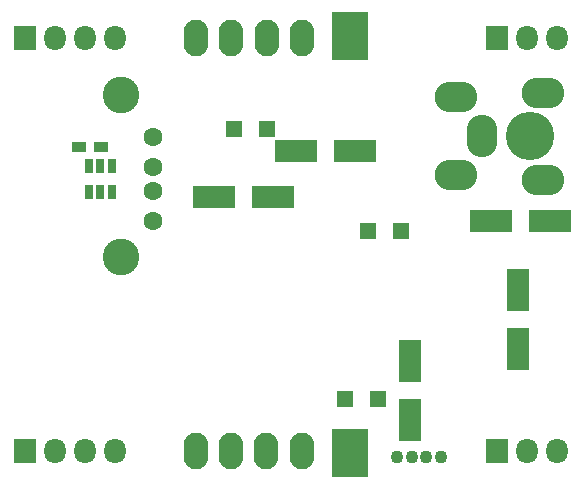
<source format=gbs>
G04 #@! TF.FileFunction,Soldermask,Bot*
%FSLAX46Y46*%
G04 Gerber Fmt 4.6, Leading zero omitted, Abs format (unit mm)*
G04 Created by KiCad (PCBNEW 4.0.2+dfsg1-stable) date lör 18 feb 2017 00:44:11*
%MOMM*%
G01*
G04 APERTURE LIST*
%ADD10C,0.100000*%
%ADD11R,1.300000X0.850000*%
%ADD12R,0.750000X1.160000*%
%ADD13O,3.600000X2.600000*%
%ADD14O,2.600000X3.600000*%
%ADD15C,4.100000*%
%ADD16R,1.827200X2.132000*%
%ADD17O,1.827200X2.132000*%
%ADD18C,1.100000*%
%ADD19R,1.900860X3.600120*%
%ADD20R,3.600120X1.900860*%
%ADD21O,2.100000X3.100000*%
%ADD22C,1.601140*%
%ADD23C,3.099740*%
%ADD24R,3.100000X4.100000*%
%ADD25R,1.400000X1.400000*%
G04 APERTURE END LIST*
D10*
D11*
X138973600Y-96774000D03*
X137073600Y-96774000D03*
D12*
X139862600Y-100541000D03*
X138912600Y-100541000D03*
X137962600Y-100541000D03*
X137962600Y-98341000D03*
X139862600Y-98341000D03*
X138912600Y-98341000D03*
D13*
X176396000Y-92159600D03*
X176396000Y-99559600D03*
X168996000Y-99159600D03*
D14*
X171196000Y-95859600D03*
D13*
X168996000Y-92559600D03*
D15*
X175296000Y-95859600D03*
D16*
X172500000Y-87500000D03*
D17*
X175040000Y-87500000D03*
X177580000Y-87500000D03*
D16*
X172500000Y-122500000D03*
D17*
X175040000Y-122500000D03*
X177580000Y-122500000D03*
D18*
X167750000Y-123000000D03*
X166500000Y-123000000D03*
X164000000Y-123000000D03*
X165250000Y-123000000D03*
D16*
X132500000Y-122500000D03*
D17*
X135040000Y-122500000D03*
X137580000Y-122500000D03*
X140120000Y-122500000D03*
D16*
X132500000Y-87500000D03*
D17*
X135040000Y-87500000D03*
X137580000Y-87500000D03*
X140120000Y-87500000D03*
D19*
X174244000Y-108879640D03*
X174244000Y-113878360D03*
D20*
X155488640Y-97078800D03*
X160487360Y-97078800D03*
D19*
X165100000Y-114848640D03*
X165100000Y-119847360D03*
D21*
X146989800Y-122504200D03*
X149946400Y-122500000D03*
X155946400Y-122500000D03*
X152933400Y-122504200D03*
X147000000Y-87500000D03*
X150000000Y-87500000D03*
X156000000Y-87500000D03*
X153000000Y-87500000D03*
D20*
X148554440Y-100990400D03*
X153553160Y-100990400D03*
D22*
X143359720Y-102997860D03*
X143359720Y-100457860D03*
X143359720Y-98425860D03*
X143359720Y-95885860D03*
D23*
X140692720Y-106045860D03*
X140692720Y-92329860D03*
D20*
X171973240Y-102997000D03*
X176971960Y-102997000D03*
D24*
X160020000Y-87376000D03*
X160020000Y-122682000D03*
D25*
X153038000Y-95250000D03*
X150238000Y-95250000D03*
X162436000Y-118110000D03*
X159636000Y-118110000D03*
X161541000Y-103886000D03*
X164341000Y-103886000D03*
M02*

</source>
